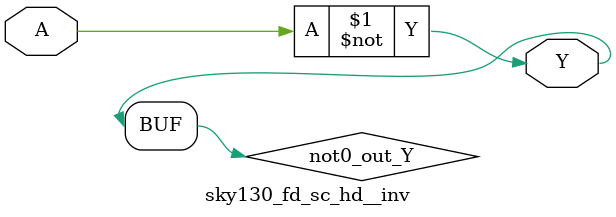
<source format=v>
/*
 * Copyright 2020 The SkyWater PDK Authors
 *
 * Licensed under the Apache License, Version 2.0 (the "License");
 * you may not use this file except in compliance with the License.
 * You may obtain a copy of the License at
 *
 *     https://www.apache.org/licenses/LICENSE-2.0
 *
 * Unless required by applicable law or agreed to in writing, software
 * distributed under the License is distributed on an "AS IS" BASIS,
 * WITHOUT WARRANTIES OR CONDITIONS OF ANY KIND, either express or implied.
 * See the License for the specific language governing permissions and
 * limitations under the License.
 *
 * SPDX-License-Identifier: Apache-2.0
*/


`ifndef SKY130_FD_SC_HD__INV_FUNCTIONAL_V
`define SKY130_FD_SC_HD__INV_FUNCTIONAL_V

/**
 * inv: Inverter.
 *
 * Verilog simulation functional model.
 */

`timescale 1ns / 1ps
`default_nettype none

`celldefine
module sky130_fd_sc_hd__inv (
    Y,
    A
);

    // Module ports
    output Y;
    input  A;

    // Local signals
    wire not0_out_Y;

    //  Name  Output      Other arguments
    not not0 (not0_out_Y, A              );
    buf buf0 (Y         , not0_out_Y     );

endmodule
`endcelldefine

`default_nettype wire
`endif  // SKY130_FD_SC_HD__INV_FUNCTIONAL_V

</source>
